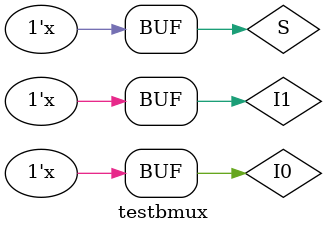
<source format=v>
`timescale 1ns / 1ps


module testbmux;

	// Inputs
	reg I0;
	reg I1;
	reg S;

	// Outputs
	wire O;

	// Instantiate the Unit Under Test (UUT)
	cmux21 uut (
		.I0(I0), 
		.I1(I1), 
		.S(S), 
		.O(O)
	);

	initial begin
		// Initialize Inputs
		I0 = 0;
		I1 = 0;
		S = 0;

		// Wait 100 ns for global reset to finish
		#100;
        
	end

		// Add stimulus here
		always @ (*) #4 I0 <= !I0; 
		always @ (*) #8 I1 <= !I1; 
		always @ (*) #100 S <= !S; 


      
endmodule


</source>
